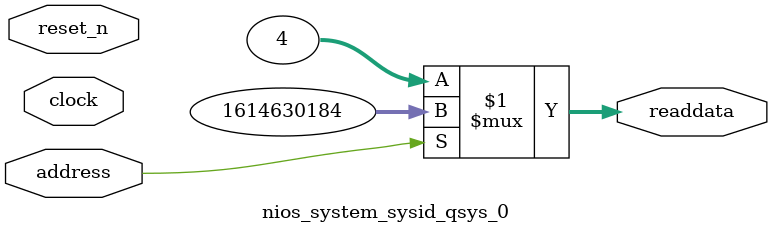
<source format=v>



// synthesis translate_off
`timescale 1ns / 1ps
// synthesis translate_on

// turn off superfluous verilog processor warnings 
// altera message_level Level1 
// altera message_off 10034 10035 10036 10037 10230 10240 10030 

module nios_system_sysid_qsys_0 (
               // inputs:
                address,
                clock,
                reset_n,

               // outputs:
                readdata
             )
;

  output  [ 31: 0] readdata;
  input            address;
  input            clock;
  input            reset_n;

  wire    [ 31: 0] readdata;
  //control_slave, which is an e_avalon_slave
  assign readdata = address ? 1614630184 : 4;

endmodule



</source>
